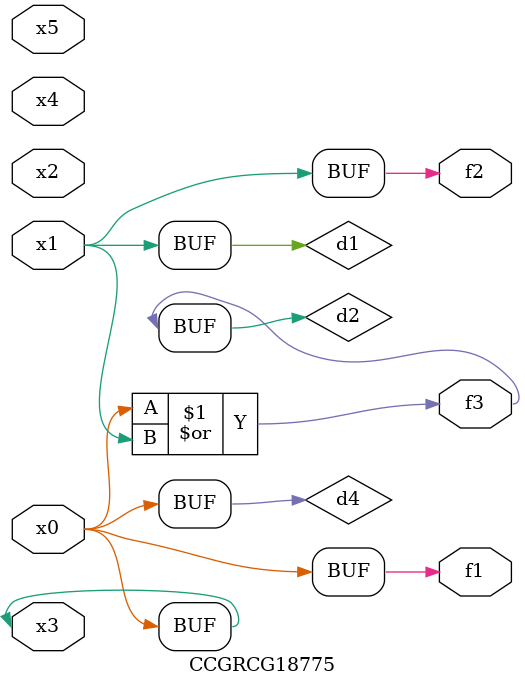
<source format=v>
module CCGRCG18775(
	input x0, x1, x2, x3, x4, x5,
	output f1, f2, f3
);

	wire d1, d2, d3, d4;

	and (d1, x1);
	or (d2, x0, x1);
	nand (d3, x0, x5);
	buf (d4, x0, x3);
	assign f1 = d4;
	assign f2 = d1;
	assign f3 = d2;
endmodule

</source>
